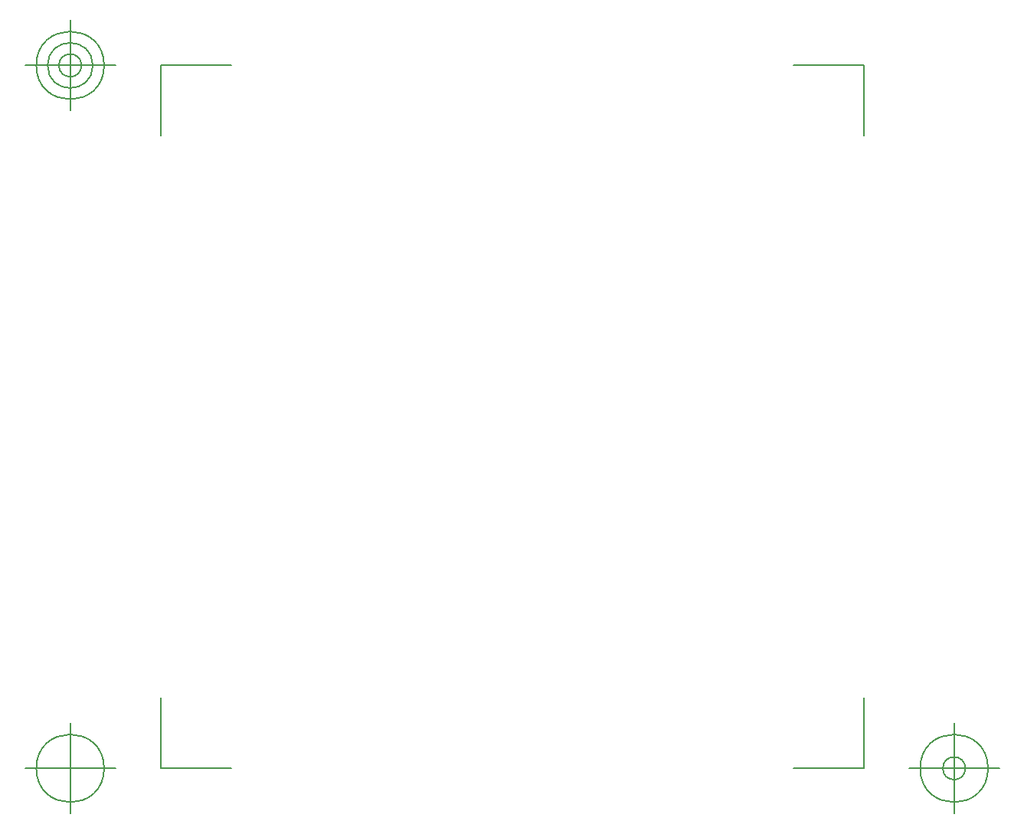
<source format=gbr>
G04 Generated by Ultiboard 13.0 *
%FSLAX25Y25*%
%MOIN*%

%ADD10C,0.00001*%
%ADD11C,0.00500*%


G04 ColorRGB FF14FF for the following layer *
%LNSilkscreen Bottom*%
%LPD*%
G54D10*
G54D11*
X193024Y-203976D02*
X193024Y-173381D01*
X193024Y-203976D02*
X223619Y-203976D01*
X498976Y-203976D02*
X468381Y-203976D01*
X498976Y-203976D02*
X498976Y-173381D01*
X498976Y101976D02*
X498976Y71381D01*
X498976Y101976D02*
X468381Y101976D01*
X193024Y101976D02*
X223619Y101976D01*
X193024Y101976D02*
X193024Y71381D01*
X173339Y-203976D02*
X133969Y-203976D01*
X153654Y-223661D02*
X153654Y-184291D01*
X138890Y-203976D02*
G75*
D01*
G02X138890Y-203976I14764J0*
G01*
X518661Y-203976D02*
X558031Y-203976D01*
X538346Y-223661D02*
X538346Y-184291D01*
X523582Y-203976D02*
G75*
D01*
G02X523582Y-203976I14764J0*
G01*
X533425Y-203976D02*
G75*
D01*
G02X533425Y-203976I4921J0*
G01*
X173339Y101976D02*
X133969Y101976D01*
X153654Y82291D02*
X153654Y121661D01*
X138890Y101976D02*
G75*
D01*
G02X138890Y101976I14764J0*
G01*
X143811Y101976D02*
G75*
D01*
G02X143811Y101976I9843J0*
G01*
X148733Y101976D02*
G75*
D01*
G02X148733Y101976I4921J0*
G01*

M02*

</source>
